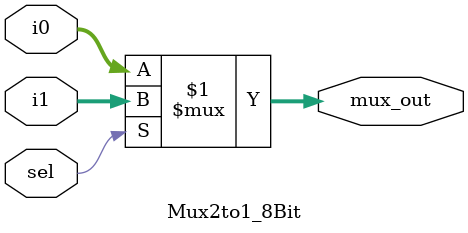
<source format=v>
`timescale 1ns / 1ps
module Mux2to1_8Bit
(
input [7:0]i0,i1,input sel,
output [7:0]mux_out
);
assign mux_out =sel?i1:i0;
endmodule
</source>
